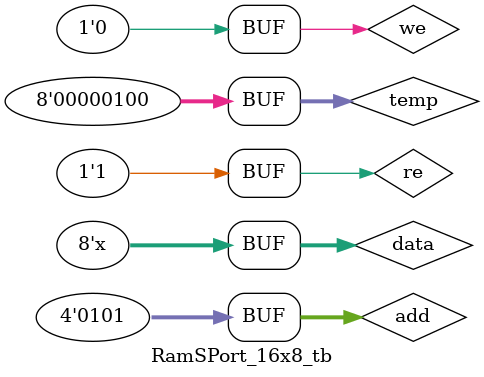
<source format=v>
module RamSPort_16x8  # (parameter width=8, depth=16, add_bus=4)
  					(input we,
                     input re,
                     input [add_bus-1:0] add,
                     inout [width-1:0] data);
  reg [width-1:0] mem [depth-1:0];

  always @(*)
    if(we && !re)
      mem[add]=data;
//   if(re && !we)
//     data=mem[add];
  assign data=(re&&!we)?mem[add]:8'hzz;
endmodule
      
module RamSPort_16x8_tb();
  wire [7:0] data;
  reg we,re;
  reg [3:0] add;
  reg [7:0] temp;
  
  RamSPort_16x8 DUT(we,re,add,data);
  
  assign data=(we&!re)?temp:8'hzz; //wire data acts like input during write OP
 
  
 task initialize;
   {we,re,temp}=0;
 endtask
  
  task write(input w,input [3:0] a,input [7:0] d);
    begin
      we=w;
      re=0;
      temp=d;
      add=a;
    end
  endtask
  task read(input r,input [3:0] a);
    begin
      re=r;
      we=0;
      add=a;
    end endtask
  
  initial begin
    initialize;
    #5 write(1,4'b1101,8'd14);
    #5 write(1,4'b1001,8'd10);
    #5 write(1,4'b0101,8'd4);
    #5 read(1,4'b1101);
    #5 read(1,4'b0101);
  end
  initial
    $monitor("we=%b re=%b add=%b data=%b",we,re,add,data);
endmodule   
      

  


</source>
